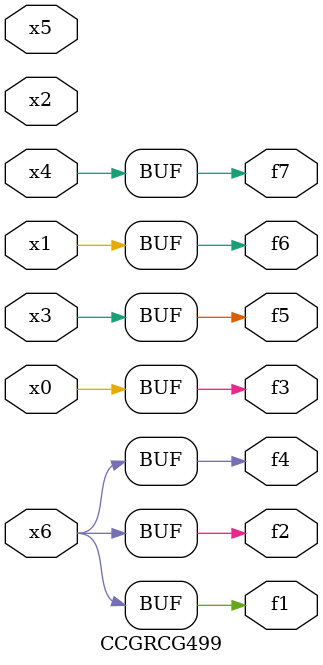
<source format=v>
module CCGRCG499(
	input x0, x1, x2, x3, x4, x5, x6,
	output f1, f2, f3, f4, f5, f6, f7
);
	assign f1 = x6;
	assign f2 = x6;
	assign f3 = x0;
	assign f4 = x6;
	assign f5 = x3;
	assign f6 = x1;
	assign f7 = x4;
endmodule

</source>
